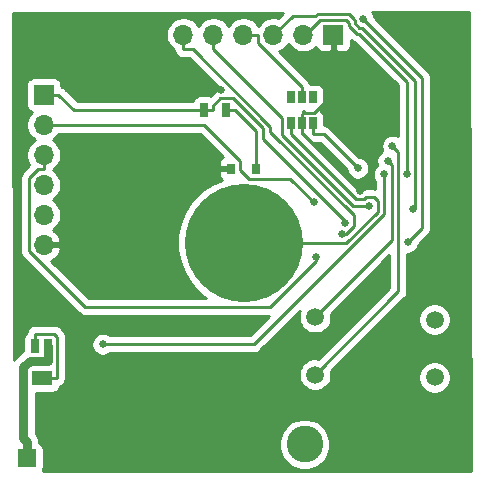
<source format=gbl>
G04 #@! TF.GenerationSoftware,KiCad,Pcbnew,5.1.7-a382d34a8~88~ubuntu18.04.1*
G04 #@! TF.CreationDate,2021-11-19T23:21:26+05:30*
G04 #@! TF.ProjectId,FrontEnd_HeavyDevice_v2,46726f6e-7445-46e6-945f-486561767944,rev?*
G04 #@! TF.SameCoordinates,Original*
G04 #@! TF.FileFunction,Copper,L2,Bot*
G04 #@! TF.FilePolarity,Positive*
%FSLAX46Y46*%
G04 Gerber Fmt 4.6, Leading zero omitted, Abs format (unit mm)*
G04 Created by KiCad (PCBNEW 5.1.7-a382d34a8~88~ubuntu18.04.1) date 2021-11-19 23:21:26*
%MOMM*%
%LPD*%
G01*
G04 APERTURE LIST*
G04 #@! TA.AperFunction,ComponentPad*
%ADD10C,3.100000*%
G04 #@! TD*
G04 #@! TA.AperFunction,SMDPad,CuDef*
%ADD11R,0.740000X1.250000*%
G04 #@! TD*
G04 #@! TA.AperFunction,SMDPad,CuDef*
%ADD12R,1.800000X1.250000*%
G04 #@! TD*
G04 #@! TA.AperFunction,ComponentPad*
%ADD13O,1.700000X1.700000*%
G04 #@! TD*
G04 #@! TA.AperFunction,ComponentPad*
%ADD14R,1.700000X1.700000*%
G04 #@! TD*
G04 #@! TA.AperFunction,SMDPad,CuDef*
%ADD15R,0.700000X1.300000*%
G04 #@! TD*
G04 #@! TA.AperFunction,SMDPad,CuDef*
%ADD16R,0.800000X0.900000*%
G04 #@! TD*
G04 #@! TA.AperFunction,ComponentPad*
%ADD17R,1.524000X1.524000*%
G04 #@! TD*
G04 #@! TA.AperFunction,SMDPad,CuDef*
%ADD18C,10.000000*%
G04 #@! TD*
G04 #@! TA.AperFunction,SMDPad,CuDef*
%ADD19R,0.650000X1.060000*%
G04 #@! TD*
G04 #@! TA.AperFunction,ComponentPad*
%ADD20C,1.500000*%
G04 #@! TD*
G04 #@! TA.AperFunction,ViaPad*
%ADD21C,0.650000*%
G04 #@! TD*
G04 #@! TA.AperFunction,Conductor*
%ADD22C,0.800000*%
G04 #@! TD*
G04 #@! TA.AperFunction,Conductor*
%ADD23C,0.250000*%
G04 #@! TD*
G04 #@! TA.AperFunction,Conductor*
%ADD24C,0.254000*%
G04 #@! TD*
G04 #@! TA.AperFunction,Conductor*
%ADD25C,0.150000*%
G04 #@! TD*
G04 APERTURE END LIST*
D10*
X120792000Y-116510000D03*
D11*
X97999100Y-108150000D03*
D12*
X98529100Y-110900000D03*
D11*
X99059100Y-108150000D03*
D13*
X98710000Y-99620000D03*
X98710000Y-97080000D03*
X98710000Y-94540000D03*
X98710000Y-92000000D03*
X98710000Y-89460000D03*
D14*
X98710000Y-86920000D03*
D13*
X110523000Y-81833700D03*
X113063000Y-81833700D03*
X115603000Y-81833700D03*
X118143000Y-81833700D03*
X120683000Y-81833700D03*
D14*
X123223000Y-81833700D03*
D15*
X114170000Y-88240000D03*
X112270000Y-88240000D03*
D16*
X114540000Y-93179900D03*
X116640000Y-93179900D03*
D17*
X97287100Y-117704000D03*
D18*
X115650000Y-99450000D03*
D19*
X121500000Y-89340000D03*
X120550000Y-89340000D03*
X119600000Y-89340000D03*
X119600000Y-87140000D03*
X121500000Y-87140000D03*
X120550000Y-87140000D03*
D20*
X131796000Y-105951000D03*
X131796000Y-110831000D03*
X121676000Y-110618000D03*
X121676000Y-105738000D03*
D21*
X125601500Y-85716700D03*
X125471100Y-95075400D03*
X122011440Y-85783420D03*
X113736120Y-86527640D03*
X110152180Y-85166200D03*
X127831100Y-92497400D03*
X128228700Y-91256900D03*
X123941300Y-98720700D03*
X126265900Y-96315100D03*
X130010400Y-96589500D03*
X129430100Y-93645000D03*
X124233500Y-97784500D03*
X121752200Y-100684100D03*
X121544800Y-96019200D03*
X129510000Y-99412000D03*
X125775720Y-80530700D03*
X127529100Y-93661500D03*
X103700500Y-108041500D03*
X125293500Y-93133500D03*
D22*
X99059100Y-108150000D02*
X99059100Y-109425300D01*
X97287100Y-117704000D02*
X97287100Y-116291700D01*
X97287100Y-116291700D02*
X96978700Y-115983300D01*
X96978700Y-115983300D02*
X96978700Y-110003400D01*
X96978700Y-110003400D02*
X97556800Y-109425300D01*
X97556800Y-109425300D02*
X99059100Y-109425300D01*
D23*
X120550000Y-90245300D02*
X120641000Y-90245300D01*
X120641000Y-90245300D02*
X125471100Y-95075400D01*
X114540000Y-93179900D02*
X106375400Y-93179900D01*
X106375400Y-93179900D02*
X99935300Y-99620000D01*
X123223000Y-85716700D02*
X125601500Y-85716700D01*
X123223000Y-85716700D02*
X123223000Y-83059000D01*
X120550000Y-88559800D02*
X120675100Y-88434700D01*
X120675100Y-88434700D02*
X121614700Y-88434700D01*
X121614700Y-88434700D02*
X123223000Y-86826400D01*
X123223000Y-86826400D02*
X123223000Y-85716700D01*
X98710000Y-99620000D02*
X99935300Y-99620000D01*
X120550000Y-89340000D02*
X120550000Y-90245300D01*
X120550000Y-88949900D02*
X120550000Y-89340000D01*
X120550000Y-88949900D02*
X120550000Y-88559800D01*
X123223000Y-81833700D02*
X123223000Y-83059000D01*
X112374680Y-85166200D02*
X113736120Y-86527640D01*
X110152180Y-85166200D02*
X112374680Y-85166200D01*
X123156280Y-85783420D02*
X123223000Y-85716700D01*
X122011440Y-85783420D02*
X123156280Y-85783420D01*
X115603000Y-81833700D02*
X116828300Y-81833700D01*
X120550000Y-87140000D02*
X120550000Y-86234700D01*
X120550000Y-86234700D02*
X116828300Y-82513000D01*
X116828300Y-82513000D02*
X116828300Y-81833700D01*
X121676000Y-105738000D02*
X128229500Y-99184500D01*
X128229500Y-99184500D02*
X128229500Y-92895800D01*
X128229500Y-92895800D02*
X127831100Y-92497400D01*
X121676000Y-110618000D02*
X128729800Y-103564200D01*
X128729800Y-103564200D02*
X128729800Y-91758000D01*
X128729800Y-91758000D02*
X128228700Y-91256900D01*
X110523000Y-83059000D02*
X111299900Y-83059000D01*
X111299900Y-83059000D02*
X117899400Y-89658500D01*
X117899400Y-89658500D02*
X117899400Y-90023800D01*
X117899400Y-90023800D02*
X124981700Y-97106100D01*
X124981700Y-97106100D02*
X124981700Y-98045300D01*
X124981700Y-98045300D02*
X124306300Y-98720700D01*
X124306300Y-98720700D02*
X123941300Y-98720700D01*
X110523000Y-81833700D02*
X110523000Y-83059000D01*
X126265900Y-96315100D02*
X124898400Y-96315100D01*
X124898400Y-96315100D02*
X118899600Y-90316300D01*
X118899600Y-90316300D02*
X118899600Y-88895600D01*
X118899600Y-88895600D02*
X113063000Y-83059000D01*
X113063000Y-81833700D02*
X113063000Y-83059000D01*
X130142900Y-96457000D02*
X130010400Y-96589500D01*
X125068099Y-80647399D02*
X125068099Y-80876861D01*
X124948012Y-80527312D02*
X125068099Y-80647399D01*
X130142900Y-85722200D02*
X130142900Y-96457000D01*
X125432099Y-81240861D02*
X125661561Y-81240861D01*
X121865888Y-80108688D02*
X124580113Y-80108689D01*
X118143000Y-81833700D02*
X119773660Y-80203040D01*
X125661561Y-81240861D02*
X130142900Y-85722200D01*
X125068099Y-80876861D02*
X125432099Y-81240861D01*
X119773660Y-80203040D02*
X121771536Y-80203040D01*
X121771536Y-80203040D02*
X121865888Y-80108688D01*
X124580113Y-80108689D02*
X124948012Y-80476588D01*
X124948012Y-80476588D02*
X124948012Y-80527312D01*
X124568088Y-80867788D02*
X124568089Y-81083973D01*
X129430100Y-85811364D02*
X129430100Y-93185381D01*
X124568089Y-81083973D02*
X125224988Y-81740872D01*
X125224988Y-81740872D02*
X125359608Y-81740872D01*
X125359608Y-81740872D02*
X129430100Y-85811364D01*
X129430100Y-93185381D02*
X129430100Y-93645000D01*
X122072999Y-80608699D02*
X124308999Y-80608699D01*
X120847998Y-81833700D02*
X122072999Y-80608699D01*
X120683000Y-81833700D02*
X120847998Y-81833700D01*
X124308999Y-80608699D02*
X124568088Y-80867788D01*
X112995300Y-88240000D02*
X112995300Y-87877400D01*
X112995300Y-87877400D02*
X113658100Y-87214600D01*
X113658100Y-87214600D02*
X114738900Y-87214600D01*
X114738900Y-87214600D02*
X117277600Y-89753300D01*
X117277600Y-89753300D02*
X117277600Y-90628400D01*
X117277600Y-90628400D02*
X124233500Y-97584300D01*
X124233500Y-97584300D02*
X124233500Y-97784500D01*
X112270000Y-88240000D02*
X112995300Y-88240000D01*
X98710000Y-86920000D02*
X99935300Y-86920000D01*
X112270000Y-88240000D02*
X101255300Y-88240000D01*
X101255300Y-88240000D02*
X99935300Y-86920000D01*
X121752200Y-100684100D02*
X121752200Y-100975600D01*
X121752200Y-100975600D02*
X117860800Y-104867000D01*
X117860800Y-104867000D02*
X102191800Y-104867000D01*
X102191800Y-104867000D02*
X97477600Y-100152800D01*
X97477600Y-100152800D02*
X97477600Y-93949900D01*
X97477600Y-93949900D02*
X98202200Y-93225300D01*
X98202200Y-93225300D02*
X98710000Y-93225300D01*
X98710000Y-92000000D02*
X98710000Y-93225300D01*
X99935300Y-89460000D02*
X112268000Y-89460000D01*
X112268000Y-89460000D02*
X115350000Y-92542000D01*
X115350000Y-92542000D02*
X115350000Y-93291000D01*
X115350000Y-93291000D02*
X116079900Y-94020900D01*
X116079900Y-94020900D02*
X119546500Y-94020900D01*
X119546500Y-94020900D02*
X121544800Y-96019200D01*
X98710000Y-89460000D02*
X99935300Y-89460000D01*
X129510000Y-99412000D02*
X130741700Y-98180300D01*
X130741700Y-85496680D02*
X125775720Y-80530700D01*
X130741700Y-98180300D02*
X130741700Y-85496680D01*
X127529100Y-93661500D02*
X127529100Y-96983100D01*
X127529100Y-96983100D02*
X116470700Y-108041500D01*
X116470700Y-108041500D02*
X103700500Y-108041500D01*
X121500000Y-89340000D02*
X121500000Y-90245300D01*
X121500000Y-90245300D02*
X122405300Y-90245300D01*
X122405300Y-90245300D02*
X125293500Y-93133500D01*
X119600000Y-90245300D02*
X125130600Y-95775900D01*
X125130600Y-95775900D02*
X125814700Y-95775900D01*
X125814700Y-95775900D02*
X125983200Y-95607400D01*
X125983200Y-95607400D02*
X126625600Y-95607400D01*
X126625600Y-95607400D02*
X126966300Y-95948100D01*
X126966300Y-95948100D02*
X126966300Y-96801000D01*
X126966300Y-96801000D02*
X124317300Y-99450000D01*
X124317300Y-99450000D02*
X115650000Y-99450000D01*
X119600000Y-89340000D02*
X119600000Y-90245300D01*
X114895300Y-88240000D02*
X116640000Y-89984700D01*
X116640000Y-89984700D02*
X116640000Y-93179900D01*
X114170000Y-88240000D02*
X114895300Y-88240000D01*
X97999100Y-108150000D02*
X97999100Y-107149700D01*
X98529100Y-110900000D02*
X99804400Y-110900000D01*
X99804400Y-110900000D02*
X99834500Y-110869900D01*
X99834500Y-110869900D02*
X99834500Y-107399500D01*
X99834500Y-107399500D02*
X99584700Y-107149700D01*
X99584700Y-107149700D02*
X97999100Y-107149700D01*
D24*
X134838159Y-118762713D02*
X98620633Y-118743797D01*
X98638602Y-118710180D01*
X98674912Y-118590482D01*
X98687172Y-118466000D01*
X98687172Y-116942000D01*
X98674912Y-116817518D01*
X98638602Y-116697820D01*
X98579637Y-116587506D01*
X98500285Y-116490815D01*
X98403594Y-116411463D01*
X98322100Y-116367903D01*
X98322100Y-116342527D01*
X98326800Y-116294796D01*
X118607000Y-116294796D01*
X118607000Y-116725204D01*
X118690969Y-117147341D01*
X118855678Y-117544985D01*
X119094800Y-117902856D01*
X119399144Y-118207200D01*
X119757015Y-118446322D01*
X120154659Y-118611031D01*
X120576796Y-118695000D01*
X121007204Y-118695000D01*
X121429341Y-118611031D01*
X121826985Y-118446322D01*
X122184856Y-118207200D01*
X122489200Y-117902856D01*
X122728322Y-117544985D01*
X122893031Y-117147341D01*
X122977000Y-116725204D01*
X122977000Y-116294796D01*
X122893031Y-115872659D01*
X122728322Y-115475015D01*
X122489200Y-115117144D01*
X122184856Y-114812800D01*
X121826985Y-114573678D01*
X121429341Y-114408969D01*
X121007204Y-114325000D01*
X120576796Y-114325000D01*
X120154659Y-114408969D01*
X119757015Y-114573678D01*
X119399144Y-114812800D01*
X119094800Y-115117144D01*
X118855678Y-115475015D01*
X118690969Y-115872659D01*
X118607000Y-116294796D01*
X98326800Y-116294796D01*
X98327106Y-116291699D01*
X98322100Y-116240871D01*
X98322100Y-116240862D01*
X98307124Y-116088805D01*
X98247941Y-115893707D01*
X98151834Y-115713903D01*
X98022496Y-115556304D01*
X98013700Y-115549085D01*
X98013700Y-112163072D01*
X99429100Y-112163072D01*
X99553582Y-112150812D01*
X99673280Y-112114502D01*
X99783594Y-112055537D01*
X99880285Y-111976185D01*
X99959637Y-111879494D01*
X100018602Y-111769180D01*
X100054912Y-111649482D01*
X100058087Y-111617243D01*
X100096647Y-111605546D01*
X100228676Y-111534974D01*
X100344401Y-111440001D01*
X100357969Y-111423468D01*
X100374501Y-111409901D01*
X100469474Y-111294176D01*
X100540046Y-111162147D01*
X100583503Y-111018886D01*
X100594500Y-110907233D01*
X100594500Y-110907222D01*
X100598176Y-110869900D01*
X100594500Y-110832577D01*
X100594500Y-107436833D01*
X100598177Y-107399500D01*
X100583503Y-107250514D01*
X100546939Y-107129976D01*
X100540046Y-107107253D01*
X100469474Y-106975224D01*
X100374501Y-106859499D01*
X100345497Y-106835696D01*
X100148504Y-106638703D01*
X100124701Y-106609699D01*
X100008976Y-106514726D01*
X99876947Y-106444154D01*
X99733686Y-106400697D01*
X99622033Y-106389700D01*
X99622022Y-106389700D01*
X99584700Y-106386024D01*
X99547378Y-106389700D01*
X98036433Y-106389700D01*
X97999100Y-106386023D01*
X97961767Y-106389700D01*
X97850114Y-106400697D01*
X97706853Y-106444154D01*
X97574824Y-106514726D01*
X97459099Y-106609699D01*
X97364126Y-106725424D01*
X97293554Y-106857453D01*
X97250097Y-107000714D01*
X97248612Y-107015796D01*
X97177915Y-107073815D01*
X97098563Y-107170506D01*
X97039598Y-107280820D01*
X97003288Y-107400518D01*
X96991028Y-107525000D01*
X96991028Y-108554138D01*
X96979002Y-108560566D01*
X96917113Y-108611358D01*
X96821404Y-108689904D01*
X96788993Y-108729397D01*
X96282793Y-109235597D01*
X96243305Y-109268004D01*
X96210898Y-109307492D01*
X96210897Y-109307493D01*
X96166850Y-109361164D01*
X96103751Y-79966728D01*
X118953076Y-79948821D01*
X118509407Y-80392490D01*
X118289260Y-80348700D01*
X117996740Y-80348700D01*
X117709842Y-80405768D01*
X117439589Y-80517710D01*
X117196368Y-80680225D01*
X116989525Y-80887068D01*
X116873000Y-81061460D01*
X116756475Y-80887068D01*
X116549632Y-80680225D01*
X116306411Y-80517710D01*
X116036158Y-80405768D01*
X115749260Y-80348700D01*
X115456740Y-80348700D01*
X115169842Y-80405768D01*
X114899589Y-80517710D01*
X114656368Y-80680225D01*
X114449525Y-80887068D01*
X114333000Y-81061460D01*
X114216475Y-80887068D01*
X114009632Y-80680225D01*
X113766411Y-80517710D01*
X113496158Y-80405768D01*
X113209260Y-80348700D01*
X112916740Y-80348700D01*
X112629842Y-80405768D01*
X112359589Y-80517710D01*
X112116368Y-80680225D01*
X111909525Y-80887068D01*
X111793000Y-81061460D01*
X111676475Y-80887068D01*
X111469632Y-80680225D01*
X111226411Y-80517710D01*
X110956158Y-80405768D01*
X110669260Y-80348700D01*
X110376740Y-80348700D01*
X110089842Y-80405768D01*
X109819589Y-80517710D01*
X109576368Y-80680225D01*
X109369525Y-80887068D01*
X109207010Y-81130289D01*
X109095068Y-81400542D01*
X109038000Y-81687440D01*
X109038000Y-81979960D01*
X109095068Y-82266858D01*
X109207010Y-82537111D01*
X109369525Y-82780332D01*
X109576368Y-82987175D01*
X109764639Y-83112974D01*
X109773997Y-83207986D01*
X109817454Y-83351247D01*
X109888026Y-83483276D01*
X109982999Y-83599001D01*
X110098724Y-83693974D01*
X110230753Y-83764546D01*
X110374014Y-83808003D01*
X110485667Y-83819000D01*
X110523000Y-83822677D01*
X110560333Y-83819000D01*
X110985099Y-83819000D01*
X113620704Y-86454606D01*
X113509114Y-86465597D01*
X113365853Y-86509054D01*
X113233824Y-86579626D01*
X113118099Y-86674599D01*
X113094300Y-86703598D01*
X112812943Y-86984955D01*
X112744482Y-86964188D01*
X112620000Y-86951928D01*
X111920000Y-86951928D01*
X111795518Y-86964188D01*
X111675820Y-87000498D01*
X111565506Y-87059463D01*
X111468815Y-87138815D01*
X111389463Y-87235506D01*
X111330498Y-87345820D01*
X111294188Y-87465518D01*
X111292762Y-87480000D01*
X101570102Y-87480000D01*
X100499104Y-86409003D01*
X100475301Y-86379999D01*
X100359576Y-86285026D01*
X100227547Y-86214454D01*
X100198072Y-86205513D01*
X100198072Y-86070000D01*
X100185812Y-85945518D01*
X100149502Y-85825820D01*
X100090537Y-85715506D01*
X100011185Y-85618815D01*
X99914494Y-85539463D01*
X99804180Y-85480498D01*
X99684482Y-85444188D01*
X99560000Y-85431928D01*
X97860000Y-85431928D01*
X97735518Y-85444188D01*
X97615820Y-85480498D01*
X97505506Y-85539463D01*
X97408815Y-85618815D01*
X97329463Y-85715506D01*
X97270498Y-85825820D01*
X97234188Y-85945518D01*
X97221928Y-86070000D01*
X97221928Y-87770000D01*
X97234188Y-87894482D01*
X97270498Y-88014180D01*
X97329463Y-88124494D01*
X97408815Y-88221185D01*
X97505506Y-88300537D01*
X97615820Y-88359502D01*
X97688380Y-88381513D01*
X97556525Y-88513368D01*
X97394010Y-88756589D01*
X97282068Y-89026842D01*
X97225000Y-89313740D01*
X97225000Y-89606260D01*
X97282068Y-89893158D01*
X97394010Y-90163411D01*
X97556525Y-90406632D01*
X97763368Y-90613475D01*
X97937760Y-90730000D01*
X97763368Y-90846525D01*
X97556525Y-91053368D01*
X97394010Y-91296589D01*
X97282068Y-91566842D01*
X97225000Y-91853740D01*
X97225000Y-92146260D01*
X97282068Y-92433158D01*
X97394010Y-92703411D01*
X97496260Y-92856439D01*
X96966598Y-93386101D01*
X96937600Y-93409899D01*
X96913802Y-93438897D01*
X96913801Y-93438898D01*
X96842626Y-93525624D01*
X96772054Y-93657654D01*
X96741780Y-93757458D01*
X96728598Y-93800914D01*
X96721605Y-93871913D01*
X96713924Y-93949900D01*
X96717601Y-93987232D01*
X96717600Y-100115477D01*
X96713924Y-100152800D01*
X96717600Y-100190122D01*
X96717600Y-100190132D01*
X96728597Y-100301785D01*
X96769188Y-100435599D01*
X96772054Y-100445046D01*
X96842626Y-100577076D01*
X96852862Y-100589548D01*
X96937599Y-100692801D01*
X96966603Y-100716604D01*
X101628001Y-105378003D01*
X101651799Y-105407001D01*
X101680797Y-105430799D01*
X101767524Y-105501974D01*
X101899553Y-105572546D01*
X102042814Y-105616003D01*
X102191800Y-105630677D01*
X102229133Y-105627000D01*
X117810399Y-105627000D01*
X116155899Y-107281500D01*
X104291034Y-107281500D01*
X104155231Y-107190759D01*
X103980522Y-107118392D01*
X103795052Y-107081500D01*
X103605948Y-107081500D01*
X103420478Y-107118392D01*
X103245769Y-107190759D01*
X103088536Y-107295819D01*
X102954819Y-107429536D01*
X102849759Y-107586769D01*
X102777392Y-107761478D01*
X102740500Y-107946948D01*
X102740500Y-108136052D01*
X102777392Y-108321522D01*
X102849759Y-108496231D01*
X102954819Y-108653464D01*
X103088536Y-108787181D01*
X103245769Y-108892241D01*
X103420478Y-108964608D01*
X103605948Y-109001500D01*
X103795052Y-109001500D01*
X103980522Y-108964608D01*
X104155231Y-108892241D01*
X104291034Y-108801500D01*
X116433378Y-108801500D01*
X116470700Y-108805176D01*
X116508022Y-108801500D01*
X116508033Y-108801500D01*
X116619686Y-108790503D01*
X116762947Y-108747046D01*
X116894976Y-108676474D01*
X117010701Y-108581501D01*
X117034504Y-108552497D01*
X120408737Y-105178264D01*
X120344225Y-105334011D01*
X120291000Y-105601589D01*
X120291000Y-105874411D01*
X120344225Y-106141989D01*
X120448629Y-106394043D01*
X120600201Y-106620886D01*
X120793114Y-106813799D01*
X121019957Y-106965371D01*
X121272011Y-107069775D01*
X121539589Y-107123000D01*
X121812411Y-107123000D01*
X122079989Y-107069775D01*
X122332043Y-106965371D01*
X122558886Y-106813799D01*
X122751799Y-106620886D01*
X122903371Y-106394043D01*
X123007775Y-106141989D01*
X123061000Y-105874411D01*
X123061000Y-105601589D01*
X123032167Y-105456635D01*
X127969800Y-100519002D01*
X127969800Y-103249398D01*
X121957365Y-109261833D01*
X121812411Y-109233000D01*
X121539589Y-109233000D01*
X121272011Y-109286225D01*
X121019957Y-109390629D01*
X120793114Y-109542201D01*
X120600201Y-109735114D01*
X120448629Y-109961957D01*
X120344225Y-110214011D01*
X120291000Y-110481589D01*
X120291000Y-110754411D01*
X120344225Y-111021989D01*
X120448629Y-111274043D01*
X120600201Y-111500886D01*
X120793114Y-111693799D01*
X121019957Y-111845371D01*
X121272011Y-111949775D01*
X121539589Y-112003000D01*
X121812411Y-112003000D01*
X122079989Y-111949775D01*
X122332043Y-111845371D01*
X122558886Y-111693799D01*
X122751799Y-111500886D01*
X122903371Y-111274043D01*
X123007775Y-111021989D01*
X123061000Y-110754411D01*
X123061000Y-110694589D01*
X130411000Y-110694589D01*
X130411000Y-110967411D01*
X130464225Y-111234989D01*
X130568629Y-111487043D01*
X130720201Y-111713886D01*
X130913114Y-111906799D01*
X131139957Y-112058371D01*
X131392011Y-112162775D01*
X131659589Y-112216000D01*
X131932411Y-112216000D01*
X132199989Y-112162775D01*
X132452043Y-112058371D01*
X132678886Y-111906799D01*
X132871799Y-111713886D01*
X133023371Y-111487043D01*
X133127775Y-111234989D01*
X133181000Y-110967411D01*
X133181000Y-110694589D01*
X133127775Y-110427011D01*
X133023371Y-110174957D01*
X132871799Y-109948114D01*
X132678886Y-109755201D01*
X132452043Y-109603629D01*
X132199989Y-109499225D01*
X131932411Y-109446000D01*
X131659589Y-109446000D01*
X131392011Y-109499225D01*
X131139957Y-109603629D01*
X130913114Y-109755201D01*
X130720201Y-109948114D01*
X130568629Y-110174957D01*
X130464225Y-110427011D01*
X130411000Y-110694589D01*
X123061000Y-110694589D01*
X123061000Y-110481589D01*
X123032167Y-110336635D01*
X127554213Y-105814589D01*
X130411000Y-105814589D01*
X130411000Y-106087411D01*
X130464225Y-106354989D01*
X130568629Y-106607043D01*
X130720201Y-106833886D01*
X130913114Y-107026799D01*
X131139957Y-107178371D01*
X131392011Y-107282775D01*
X131659589Y-107336000D01*
X131932411Y-107336000D01*
X132199989Y-107282775D01*
X132452043Y-107178371D01*
X132678886Y-107026799D01*
X132871799Y-106833886D01*
X133023371Y-106607043D01*
X133127775Y-106354989D01*
X133181000Y-106087411D01*
X133181000Y-105814589D01*
X133127775Y-105547011D01*
X133023371Y-105294957D01*
X132871799Y-105068114D01*
X132678886Y-104875201D01*
X132452043Y-104723629D01*
X132199989Y-104619225D01*
X131932411Y-104566000D01*
X131659589Y-104566000D01*
X131392011Y-104619225D01*
X131139957Y-104723629D01*
X130913114Y-104875201D01*
X130720201Y-105068114D01*
X130568629Y-105294957D01*
X130464225Y-105547011D01*
X130411000Y-105814589D01*
X127554213Y-105814589D01*
X129240804Y-104127998D01*
X129269801Y-104104201D01*
X129364774Y-103988476D01*
X129435346Y-103856447D01*
X129478803Y-103713186D01*
X129489800Y-103601533D01*
X129489800Y-103601532D01*
X129493477Y-103564200D01*
X129489800Y-103526867D01*
X129489800Y-100372000D01*
X129604552Y-100372000D01*
X129790022Y-100335108D01*
X129964731Y-100262741D01*
X130121964Y-100157681D01*
X130255681Y-100023964D01*
X130360741Y-99866731D01*
X130433108Y-99692022D01*
X130464972Y-99531829D01*
X131252704Y-98744098D01*
X131281701Y-98720301D01*
X131376674Y-98604576D01*
X131447246Y-98472547D01*
X131490703Y-98329286D01*
X131501700Y-98217633D01*
X131501700Y-98217623D01*
X131505376Y-98180300D01*
X131501700Y-98142977D01*
X131501700Y-85534002D01*
X131505376Y-85496679D01*
X131501700Y-85459356D01*
X131501700Y-85459347D01*
X131490703Y-85347694D01*
X131447246Y-85204433D01*
X131376674Y-85072404D01*
X131281701Y-84956679D01*
X131252703Y-84932881D01*
X126730692Y-80410871D01*
X126698828Y-80250678D01*
X126626461Y-80075969D01*
X126537532Y-79942877D01*
X134752360Y-79936439D01*
X134838159Y-118762713D01*
G04 #@! TA.AperFunction,Conductor*
D25*
G36*
X134838159Y-118762713D02*
G01*
X98620633Y-118743797D01*
X98638602Y-118710180D01*
X98674912Y-118590482D01*
X98687172Y-118466000D01*
X98687172Y-116942000D01*
X98674912Y-116817518D01*
X98638602Y-116697820D01*
X98579637Y-116587506D01*
X98500285Y-116490815D01*
X98403594Y-116411463D01*
X98322100Y-116367903D01*
X98322100Y-116342527D01*
X98326800Y-116294796D01*
X118607000Y-116294796D01*
X118607000Y-116725204D01*
X118690969Y-117147341D01*
X118855678Y-117544985D01*
X119094800Y-117902856D01*
X119399144Y-118207200D01*
X119757015Y-118446322D01*
X120154659Y-118611031D01*
X120576796Y-118695000D01*
X121007204Y-118695000D01*
X121429341Y-118611031D01*
X121826985Y-118446322D01*
X122184856Y-118207200D01*
X122489200Y-117902856D01*
X122728322Y-117544985D01*
X122893031Y-117147341D01*
X122977000Y-116725204D01*
X122977000Y-116294796D01*
X122893031Y-115872659D01*
X122728322Y-115475015D01*
X122489200Y-115117144D01*
X122184856Y-114812800D01*
X121826985Y-114573678D01*
X121429341Y-114408969D01*
X121007204Y-114325000D01*
X120576796Y-114325000D01*
X120154659Y-114408969D01*
X119757015Y-114573678D01*
X119399144Y-114812800D01*
X119094800Y-115117144D01*
X118855678Y-115475015D01*
X118690969Y-115872659D01*
X118607000Y-116294796D01*
X98326800Y-116294796D01*
X98327106Y-116291699D01*
X98322100Y-116240871D01*
X98322100Y-116240862D01*
X98307124Y-116088805D01*
X98247941Y-115893707D01*
X98151834Y-115713903D01*
X98022496Y-115556304D01*
X98013700Y-115549085D01*
X98013700Y-112163072D01*
X99429100Y-112163072D01*
X99553582Y-112150812D01*
X99673280Y-112114502D01*
X99783594Y-112055537D01*
X99880285Y-111976185D01*
X99959637Y-111879494D01*
X100018602Y-111769180D01*
X100054912Y-111649482D01*
X100058087Y-111617243D01*
X100096647Y-111605546D01*
X100228676Y-111534974D01*
X100344401Y-111440001D01*
X100357969Y-111423468D01*
X100374501Y-111409901D01*
X100469474Y-111294176D01*
X100540046Y-111162147D01*
X100583503Y-111018886D01*
X100594500Y-110907233D01*
X100594500Y-110907222D01*
X100598176Y-110869900D01*
X100594500Y-110832577D01*
X100594500Y-107436833D01*
X100598177Y-107399500D01*
X100583503Y-107250514D01*
X100546939Y-107129976D01*
X100540046Y-107107253D01*
X100469474Y-106975224D01*
X100374501Y-106859499D01*
X100345497Y-106835696D01*
X100148504Y-106638703D01*
X100124701Y-106609699D01*
X100008976Y-106514726D01*
X99876947Y-106444154D01*
X99733686Y-106400697D01*
X99622033Y-106389700D01*
X99622022Y-106389700D01*
X99584700Y-106386024D01*
X99547378Y-106389700D01*
X98036433Y-106389700D01*
X97999100Y-106386023D01*
X97961767Y-106389700D01*
X97850114Y-106400697D01*
X97706853Y-106444154D01*
X97574824Y-106514726D01*
X97459099Y-106609699D01*
X97364126Y-106725424D01*
X97293554Y-106857453D01*
X97250097Y-107000714D01*
X97248612Y-107015796D01*
X97177915Y-107073815D01*
X97098563Y-107170506D01*
X97039598Y-107280820D01*
X97003288Y-107400518D01*
X96991028Y-107525000D01*
X96991028Y-108554138D01*
X96979002Y-108560566D01*
X96917113Y-108611358D01*
X96821404Y-108689904D01*
X96788993Y-108729397D01*
X96282793Y-109235597D01*
X96243305Y-109268004D01*
X96210898Y-109307492D01*
X96210897Y-109307493D01*
X96166850Y-109361164D01*
X96103751Y-79966728D01*
X118953076Y-79948821D01*
X118509407Y-80392490D01*
X118289260Y-80348700D01*
X117996740Y-80348700D01*
X117709842Y-80405768D01*
X117439589Y-80517710D01*
X117196368Y-80680225D01*
X116989525Y-80887068D01*
X116873000Y-81061460D01*
X116756475Y-80887068D01*
X116549632Y-80680225D01*
X116306411Y-80517710D01*
X116036158Y-80405768D01*
X115749260Y-80348700D01*
X115456740Y-80348700D01*
X115169842Y-80405768D01*
X114899589Y-80517710D01*
X114656368Y-80680225D01*
X114449525Y-80887068D01*
X114333000Y-81061460D01*
X114216475Y-80887068D01*
X114009632Y-80680225D01*
X113766411Y-80517710D01*
X113496158Y-80405768D01*
X113209260Y-80348700D01*
X112916740Y-80348700D01*
X112629842Y-80405768D01*
X112359589Y-80517710D01*
X112116368Y-80680225D01*
X111909525Y-80887068D01*
X111793000Y-81061460D01*
X111676475Y-80887068D01*
X111469632Y-80680225D01*
X111226411Y-80517710D01*
X110956158Y-80405768D01*
X110669260Y-80348700D01*
X110376740Y-80348700D01*
X110089842Y-80405768D01*
X109819589Y-80517710D01*
X109576368Y-80680225D01*
X109369525Y-80887068D01*
X109207010Y-81130289D01*
X109095068Y-81400542D01*
X109038000Y-81687440D01*
X109038000Y-81979960D01*
X109095068Y-82266858D01*
X109207010Y-82537111D01*
X109369525Y-82780332D01*
X109576368Y-82987175D01*
X109764639Y-83112974D01*
X109773997Y-83207986D01*
X109817454Y-83351247D01*
X109888026Y-83483276D01*
X109982999Y-83599001D01*
X110098724Y-83693974D01*
X110230753Y-83764546D01*
X110374014Y-83808003D01*
X110485667Y-83819000D01*
X110523000Y-83822677D01*
X110560333Y-83819000D01*
X110985099Y-83819000D01*
X113620704Y-86454606D01*
X113509114Y-86465597D01*
X113365853Y-86509054D01*
X113233824Y-86579626D01*
X113118099Y-86674599D01*
X113094300Y-86703598D01*
X112812943Y-86984955D01*
X112744482Y-86964188D01*
X112620000Y-86951928D01*
X111920000Y-86951928D01*
X111795518Y-86964188D01*
X111675820Y-87000498D01*
X111565506Y-87059463D01*
X111468815Y-87138815D01*
X111389463Y-87235506D01*
X111330498Y-87345820D01*
X111294188Y-87465518D01*
X111292762Y-87480000D01*
X101570102Y-87480000D01*
X100499104Y-86409003D01*
X100475301Y-86379999D01*
X100359576Y-86285026D01*
X100227547Y-86214454D01*
X100198072Y-86205513D01*
X100198072Y-86070000D01*
X100185812Y-85945518D01*
X100149502Y-85825820D01*
X100090537Y-85715506D01*
X100011185Y-85618815D01*
X99914494Y-85539463D01*
X99804180Y-85480498D01*
X99684482Y-85444188D01*
X99560000Y-85431928D01*
X97860000Y-85431928D01*
X97735518Y-85444188D01*
X97615820Y-85480498D01*
X97505506Y-85539463D01*
X97408815Y-85618815D01*
X97329463Y-85715506D01*
X97270498Y-85825820D01*
X97234188Y-85945518D01*
X97221928Y-86070000D01*
X97221928Y-87770000D01*
X97234188Y-87894482D01*
X97270498Y-88014180D01*
X97329463Y-88124494D01*
X97408815Y-88221185D01*
X97505506Y-88300537D01*
X97615820Y-88359502D01*
X97688380Y-88381513D01*
X97556525Y-88513368D01*
X97394010Y-88756589D01*
X97282068Y-89026842D01*
X97225000Y-89313740D01*
X97225000Y-89606260D01*
X97282068Y-89893158D01*
X97394010Y-90163411D01*
X97556525Y-90406632D01*
X97763368Y-90613475D01*
X97937760Y-90730000D01*
X97763368Y-90846525D01*
X97556525Y-91053368D01*
X97394010Y-91296589D01*
X97282068Y-91566842D01*
X97225000Y-91853740D01*
X97225000Y-92146260D01*
X97282068Y-92433158D01*
X97394010Y-92703411D01*
X97496260Y-92856439D01*
X96966598Y-93386101D01*
X96937600Y-93409899D01*
X96913802Y-93438897D01*
X96913801Y-93438898D01*
X96842626Y-93525624D01*
X96772054Y-93657654D01*
X96741780Y-93757458D01*
X96728598Y-93800914D01*
X96721605Y-93871913D01*
X96713924Y-93949900D01*
X96717601Y-93987232D01*
X96717600Y-100115477D01*
X96713924Y-100152800D01*
X96717600Y-100190122D01*
X96717600Y-100190132D01*
X96728597Y-100301785D01*
X96769188Y-100435599D01*
X96772054Y-100445046D01*
X96842626Y-100577076D01*
X96852862Y-100589548D01*
X96937599Y-100692801D01*
X96966603Y-100716604D01*
X101628001Y-105378003D01*
X101651799Y-105407001D01*
X101680797Y-105430799D01*
X101767524Y-105501974D01*
X101899553Y-105572546D01*
X102042814Y-105616003D01*
X102191800Y-105630677D01*
X102229133Y-105627000D01*
X117810399Y-105627000D01*
X116155899Y-107281500D01*
X104291034Y-107281500D01*
X104155231Y-107190759D01*
X103980522Y-107118392D01*
X103795052Y-107081500D01*
X103605948Y-107081500D01*
X103420478Y-107118392D01*
X103245769Y-107190759D01*
X103088536Y-107295819D01*
X102954819Y-107429536D01*
X102849759Y-107586769D01*
X102777392Y-107761478D01*
X102740500Y-107946948D01*
X102740500Y-108136052D01*
X102777392Y-108321522D01*
X102849759Y-108496231D01*
X102954819Y-108653464D01*
X103088536Y-108787181D01*
X103245769Y-108892241D01*
X103420478Y-108964608D01*
X103605948Y-109001500D01*
X103795052Y-109001500D01*
X103980522Y-108964608D01*
X104155231Y-108892241D01*
X104291034Y-108801500D01*
X116433378Y-108801500D01*
X116470700Y-108805176D01*
X116508022Y-108801500D01*
X116508033Y-108801500D01*
X116619686Y-108790503D01*
X116762947Y-108747046D01*
X116894976Y-108676474D01*
X117010701Y-108581501D01*
X117034504Y-108552497D01*
X120408737Y-105178264D01*
X120344225Y-105334011D01*
X120291000Y-105601589D01*
X120291000Y-105874411D01*
X120344225Y-106141989D01*
X120448629Y-106394043D01*
X120600201Y-106620886D01*
X120793114Y-106813799D01*
X121019957Y-106965371D01*
X121272011Y-107069775D01*
X121539589Y-107123000D01*
X121812411Y-107123000D01*
X122079989Y-107069775D01*
X122332043Y-106965371D01*
X122558886Y-106813799D01*
X122751799Y-106620886D01*
X122903371Y-106394043D01*
X123007775Y-106141989D01*
X123061000Y-105874411D01*
X123061000Y-105601589D01*
X123032167Y-105456635D01*
X127969800Y-100519002D01*
X127969800Y-103249398D01*
X121957365Y-109261833D01*
X121812411Y-109233000D01*
X121539589Y-109233000D01*
X121272011Y-109286225D01*
X121019957Y-109390629D01*
X120793114Y-109542201D01*
X120600201Y-109735114D01*
X120448629Y-109961957D01*
X120344225Y-110214011D01*
X120291000Y-110481589D01*
X120291000Y-110754411D01*
X120344225Y-111021989D01*
X120448629Y-111274043D01*
X120600201Y-111500886D01*
X120793114Y-111693799D01*
X121019957Y-111845371D01*
X121272011Y-111949775D01*
X121539589Y-112003000D01*
X121812411Y-112003000D01*
X122079989Y-111949775D01*
X122332043Y-111845371D01*
X122558886Y-111693799D01*
X122751799Y-111500886D01*
X122903371Y-111274043D01*
X123007775Y-111021989D01*
X123061000Y-110754411D01*
X123061000Y-110694589D01*
X130411000Y-110694589D01*
X130411000Y-110967411D01*
X130464225Y-111234989D01*
X130568629Y-111487043D01*
X130720201Y-111713886D01*
X130913114Y-111906799D01*
X131139957Y-112058371D01*
X131392011Y-112162775D01*
X131659589Y-112216000D01*
X131932411Y-112216000D01*
X132199989Y-112162775D01*
X132452043Y-112058371D01*
X132678886Y-111906799D01*
X132871799Y-111713886D01*
X133023371Y-111487043D01*
X133127775Y-111234989D01*
X133181000Y-110967411D01*
X133181000Y-110694589D01*
X133127775Y-110427011D01*
X133023371Y-110174957D01*
X132871799Y-109948114D01*
X132678886Y-109755201D01*
X132452043Y-109603629D01*
X132199989Y-109499225D01*
X131932411Y-109446000D01*
X131659589Y-109446000D01*
X131392011Y-109499225D01*
X131139957Y-109603629D01*
X130913114Y-109755201D01*
X130720201Y-109948114D01*
X130568629Y-110174957D01*
X130464225Y-110427011D01*
X130411000Y-110694589D01*
X123061000Y-110694589D01*
X123061000Y-110481589D01*
X123032167Y-110336635D01*
X127554213Y-105814589D01*
X130411000Y-105814589D01*
X130411000Y-106087411D01*
X130464225Y-106354989D01*
X130568629Y-106607043D01*
X130720201Y-106833886D01*
X130913114Y-107026799D01*
X131139957Y-107178371D01*
X131392011Y-107282775D01*
X131659589Y-107336000D01*
X131932411Y-107336000D01*
X132199989Y-107282775D01*
X132452043Y-107178371D01*
X132678886Y-107026799D01*
X132871799Y-106833886D01*
X133023371Y-106607043D01*
X133127775Y-106354989D01*
X133181000Y-106087411D01*
X133181000Y-105814589D01*
X133127775Y-105547011D01*
X133023371Y-105294957D01*
X132871799Y-105068114D01*
X132678886Y-104875201D01*
X132452043Y-104723629D01*
X132199989Y-104619225D01*
X131932411Y-104566000D01*
X131659589Y-104566000D01*
X131392011Y-104619225D01*
X131139957Y-104723629D01*
X130913114Y-104875201D01*
X130720201Y-105068114D01*
X130568629Y-105294957D01*
X130464225Y-105547011D01*
X130411000Y-105814589D01*
X127554213Y-105814589D01*
X129240804Y-104127998D01*
X129269801Y-104104201D01*
X129364774Y-103988476D01*
X129435346Y-103856447D01*
X129478803Y-103713186D01*
X129489800Y-103601533D01*
X129489800Y-103601532D01*
X129493477Y-103564200D01*
X129489800Y-103526867D01*
X129489800Y-100372000D01*
X129604552Y-100372000D01*
X129790022Y-100335108D01*
X129964731Y-100262741D01*
X130121964Y-100157681D01*
X130255681Y-100023964D01*
X130360741Y-99866731D01*
X130433108Y-99692022D01*
X130464972Y-99531829D01*
X131252704Y-98744098D01*
X131281701Y-98720301D01*
X131376674Y-98604576D01*
X131447246Y-98472547D01*
X131490703Y-98329286D01*
X131501700Y-98217633D01*
X131501700Y-98217623D01*
X131505376Y-98180300D01*
X131501700Y-98142977D01*
X131501700Y-85534002D01*
X131505376Y-85496679D01*
X131501700Y-85459356D01*
X131501700Y-85459347D01*
X131490703Y-85347694D01*
X131447246Y-85204433D01*
X131376674Y-85072404D01*
X131281701Y-84956679D01*
X131252703Y-84932881D01*
X126730692Y-80410871D01*
X126698828Y-80250678D01*
X126626461Y-80075969D01*
X126537532Y-79942877D01*
X134752360Y-79936439D01*
X134838159Y-118762713D01*
G37*
G04 #@! TD.AperFunction*
D24*
X113881337Y-92148139D02*
X113785506Y-92199363D01*
X113688815Y-92278715D01*
X113609463Y-92375406D01*
X113550498Y-92485720D01*
X113514188Y-92605418D01*
X113501928Y-92729900D01*
X113505000Y-92894150D01*
X113663750Y-93052900D01*
X114413000Y-93052900D01*
X114413000Y-93032900D01*
X114590000Y-93032900D01*
X114590000Y-93253678D01*
X114586324Y-93291000D01*
X114589860Y-93326900D01*
X114413000Y-93326900D01*
X114413000Y-93306900D01*
X113663750Y-93306900D01*
X113505000Y-93465650D01*
X113501928Y-93629900D01*
X113514188Y-93754382D01*
X113550498Y-93874080D01*
X113609463Y-93984394D01*
X113688815Y-94081085D01*
X113755205Y-94135570D01*
X112980827Y-94456328D01*
X112057897Y-95073010D01*
X111273010Y-95857897D01*
X110656328Y-96780827D01*
X110231550Y-97806331D01*
X110015000Y-98895001D01*
X110015000Y-100004999D01*
X110231550Y-101093669D01*
X110656328Y-102119173D01*
X111273010Y-103042103D01*
X112057897Y-103826990D01*
X112476962Y-104107000D01*
X102506602Y-104107000D01*
X99355357Y-100955755D01*
X99591355Y-100815178D01*
X99807588Y-100620269D01*
X99981641Y-100386920D01*
X100106825Y-100124099D01*
X100151476Y-99976890D01*
X100030155Y-99747000D01*
X98837000Y-99747000D01*
X98837000Y-99767000D01*
X98583000Y-99767000D01*
X98583000Y-99747000D01*
X98563000Y-99747000D01*
X98563000Y-99493000D01*
X98583000Y-99493000D01*
X98583000Y-99473000D01*
X98837000Y-99473000D01*
X98837000Y-99493000D01*
X100030155Y-99493000D01*
X100151476Y-99263110D01*
X100106825Y-99115901D01*
X99981641Y-98853080D01*
X99807588Y-98619731D01*
X99591355Y-98424822D01*
X99474466Y-98355195D01*
X99656632Y-98233475D01*
X99863475Y-98026632D01*
X100025990Y-97783411D01*
X100137932Y-97513158D01*
X100195000Y-97226260D01*
X100195000Y-96933740D01*
X100137932Y-96646842D01*
X100025990Y-96376589D01*
X99863475Y-96133368D01*
X99656632Y-95926525D01*
X99482240Y-95810000D01*
X99656632Y-95693475D01*
X99863475Y-95486632D01*
X100025990Y-95243411D01*
X100137932Y-94973158D01*
X100195000Y-94686260D01*
X100195000Y-94393740D01*
X100137932Y-94106842D01*
X100025990Y-93836589D01*
X99863475Y-93593368D01*
X99656632Y-93386525D01*
X99482240Y-93270000D01*
X99656632Y-93153475D01*
X99863475Y-92946632D01*
X100025990Y-92703411D01*
X100137932Y-92433158D01*
X100195000Y-92146260D01*
X100195000Y-91853740D01*
X100137932Y-91566842D01*
X100025990Y-91296589D01*
X99863475Y-91053368D01*
X99656632Y-90846525D01*
X99482240Y-90730000D01*
X99656632Y-90613475D01*
X99863475Y-90406632D01*
X99988178Y-90220000D01*
X111953199Y-90220000D01*
X113881337Y-92148139D01*
G04 #@! TA.AperFunction,Conductor*
D25*
G36*
X113881337Y-92148139D02*
G01*
X113785506Y-92199363D01*
X113688815Y-92278715D01*
X113609463Y-92375406D01*
X113550498Y-92485720D01*
X113514188Y-92605418D01*
X113501928Y-92729900D01*
X113505000Y-92894150D01*
X113663750Y-93052900D01*
X114413000Y-93052900D01*
X114413000Y-93032900D01*
X114590000Y-93032900D01*
X114590000Y-93253678D01*
X114586324Y-93291000D01*
X114589860Y-93326900D01*
X114413000Y-93326900D01*
X114413000Y-93306900D01*
X113663750Y-93306900D01*
X113505000Y-93465650D01*
X113501928Y-93629900D01*
X113514188Y-93754382D01*
X113550498Y-93874080D01*
X113609463Y-93984394D01*
X113688815Y-94081085D01*
X113755205Y-94135570D01*
X112980827Y-94456328D01*
X112057897Y-95073010D01*
X111273010Y-95857897D01*
X110656328Y-96780827D01*
X110231550Y-97806331D01*
X110015000Y-98895001D01*
X110015000Y-100004999D01*
X110231550Y-101093669D01*
X110656328Y-102119173D01*
X111273010Y-103042103D01*
X112057897Y-103826990D01*
X112476962Y-104107000D01*
X102506602Y-104107000D01*
X99355357Y-100955755D01*
X99591355Y-100815178D01*
X99807588Y-100620269D01*
X99981641Y-100386920D01*
X100106825Y-100124099D01*
X100151476Y-99976890D01*
X100030155Y-99747000D01*
X98837000Y-99747000D01*
X98837000Y-99767000D01*
X98583000Y-99767000D01*
X98583000Y-99747000D01*
X98563000Y-99747000D01*
X98563000Y-99493000D01*
X98583000Y-99493000D01*
X98583000Y-99473000D01*
X98837000Y-99473000D01*
X98837000Y-99493000D01*
X100030155Y-99493000D01*
X100151476Y-99263110D01*
X100106825Y-99115901D01*
X99981641Y-98853080D01*
X99807588Y-98619731D01*
X99591355Y-98424822D01*
X99474466Y-98355195D01*
X99656632Y-98233475D01*
X99863475Y-98026632D01*
X100025990Y-97783411D01*
X100137932Y-97513158D01*
X100195000Y-97226260D01*
X100195000Y-96933740D01*
X100137932Y-96646842D01*
X100025990Y-96376589D01*
X99863475Y-96133368D01*
X99656632Y-95926525D01*
X99482240Y-95810000D01*
X99656632Y-95693475D01*
X99863475Y-95486632D01*
X100025990Y-95243411D01*
X100137932Y-94973158D01*
X100195000Y-94686260D01*
X100195000Y-94393740D01*
X100137932Y-94106842D01*
X100025990Y-93836589D01*
X99863475Y-93593368D01*
X99656632Y-93386525D01*
X99482240Y-93270000D01*
X99656632Y-93153475D01*
X99863475Y-92946632D01*
X100025990Y-92703411D01*
X100137932Y-92433158D01*
X100195000Y-92146260D01*
X100195000Y-91853740D01*
X100137932Y-91566842D01*
X100025990Y-91296589D01*
X99863475Y-91053368D01*
X99656632Y-90846525D01*
X99482240Y-90730000D01*
X99656632Y-90613475D01*
X99863475Y-90406632D01*
X99988178Y-90220000D01*
X111953199Y-90220000D01*
X113881337Y-92148139D01*
G37*
G04 #@! TD.AperFunction*
D24*
X123350000Y-81706700D02*
X123370000Y-81706700D01*
X123370000Y-81960700D01*
X123350000Y-81960700D01*
X123350000Y-83159950D01*
X123508750Y-83318700D01*
X124073000Y-83321772D01*
X124197482Y-83309512D01*
X124317180Y-83273202D01*
X124427494Y-83214237D01*
X124524185Y-83134885D01*
X124603537Y-83038194D01*
X124662502Y-82927880D01*
X124698812Y-82808182D01*
X124711072Y-82683700D01*
X124708986Y-82300569D01*
X124713980Y-82304667D01*
X124713984Y-82304671D01*
X124773427Y-82353454D01*
X124800712Y-82375846D01*
X124932741Y-82446418D01*
X125015439Y-82471504D01*
X128670100Y-86126166D01*
X128670101Y-90400637D01*
X128508722Y-90333792D01*
X128323252Y-90296900D01*
X128134148Y-90296900D01*
X127948678Y-90333792D01*
X127773969Y-90406159D01*
X127616736Y-90511219D01*
X127483019Y-90644936D01*
X127377959Y-90802169D01*
X127305592Y-90976878D01*
X127268700Y-91162348D01*
X127268700Y-91351452D01*
X127305592Y-91536922D01*
X127356536Y-91659911D01*
X127219136Y-91751719D01*
X127085419Y-91885436D01*
X126980359Y-92042669D01*
X126907992Y-92217378D01*
X126871100Y-92402848D01*
X126871100Y-92591952D01*
X126907992Y-92777422D01*
X126954873Y-92890604D01*
X126917136Y-92915819D01*
X126783419Y-93049536D01*
X126678359Y-93206769D01*
X126605992Y-93381478D01*
X126569100Y-93566948D01*
X126569100Y-93756052D01*
X126605992Y-93941522D01*
X126678359Y-94116231D01*
X126769100Y-94252034D01*
X126769100Y-94857857D01*
X126662933Y-94847400D01*
X126662922Y-94847400D01*
X126625600Y-94843724D01*
X126588278Y-94847400D01*
X126020522Y-94847400D01*
X125983200Y-94843724D01*
X125945877Y-94847400D01*
X125945867Y-94847400D01*
X125834214Y-94858397D01*
X125690953Y-94901854D01*
X125558924Y-94972426D01*
X125505951Y-95015900D01*
X125445402Y-95015900D01*
X121431757Y-91002256D01*
X121462667Y-91005300D01*
X121500000Y-91008977D01*
X121537333Y-91005300D01*
X122090499Y-91005300D01*
X124338528Y-93253330D01*
X124370392Y-93413522D01*
X124442759Y-93588231D01*
X124547819Y-93745464D01*
X124681536Y-93879181D01*
X124838769Y-93984241D01*
X125013478Y-94056608D01*
X125198948Y-94093500D01*
X125388052Y-94093500D01*
X125573522Y-94056608D01*
X125748231Y-93984241D01*
X125905464Y-93879181D01*
X126039181Y-93745464D01*
X126144241Y-93588231D01*
X126216608Y-93413522D01*
X126253500Y-93228052D01*
X126253500Y-93038948D01*
X126216608Y-92853478D01*
X126144241Y-92678769D01*
X126039181Y-92521536D01*
X125905464Y-92387819D01*
X125748231Y-92282759D01*
X125573522Y-92210392D01*
X125413330Y-92178528D01*
X122969104Y-89734303D01*
X122945301Y-89705299D01*
X122829576Y-89610326D01*
X122697547Y-89539754D01*
X122554286Y-89496297D01*
X122463072Y-89487313D01*
X122463072Y-88810000D01*
X122450812Y-88685518D01*
X122414502Y-88565820D01*
X122355537Y-88455506D01*
X122276185Y-88358815D01*
X122179494Y-88279463D01*
X122105665Y-88240000D01*
X122179494Y-88200537D01*
X122276185Y-88121185D01*
X122355537Y-88024494D01*
X122414502Y-87914180D01*
X122450812Y-87794482D01*
X122463072Y-87670000D01*
X122463072Y-86610000D01*
X122450812Y-86485518D01*
X122414502Y-86365820D01*
X122355537Y-86255506D01*
X122276185Y-86158815D01*
X122179494Y-86079463D01*
X122069180Y-86020498D01*
X121949482Y-85984188D01*
X121825000Y-85971928D01*
X121264487Y-85971928D01*
X121255546Y-85942453D01*
X121184974Y-85810424D01*
X121113799Y-85723697D01*
X121090001Y-85694699D01*
X121061003Y-85670901D01*
X118629598Y-83239497D01*
X118846411Y-83149690D01*
X119089632Y-82987175D01*
X119296475Y-82780332D01*
X119413000Y-82605940D01*
X119529525Y-82780332D01*
X119736368Y-82987175D01*
X119979589Y-83149690D01*
X120249842Y-83261632D01*
X120536740Y-83318700D01*
X120829260Y-83318700D01*
X121116158Y-83261632D01*
X121386411Y-83149690D01*
X121629632Y-82987175D01*
X121761487Y-82855320D01*
X121783498Y-82927880D01*
X121842463Y-83038194D01*
X121921815Y-83134885D01*
X122018506Y-83214237D01*
X122128820Y-83273202D01*
X122248518Y-83309512D01*
X122373000Y-83321772D01*
X122937250Y-83318700D01*
X123096000Y-83159950D01*
X123096000Y-81960700D01*
X123076000Y-81960700D01*
X123076000Y-81706700D01*
X123096000Y-81706700D01*
X123096000Y-81686700D01*
X123350000Y-81686700D01*
X123350000Y-81706700D01*
G04 #@! TA.AperFunction,Conductor*
D25*
G36*
X123350000Y-81706700D02*
G01*
X123370000Y-81706700D01*
X123370000Y-81960700D01*
X123350000Y-81960700D01*
X123350000Y-83159950D01*
X123508750Y-83318700D01*
X124073000Y-83321772D01*
X124197482Y-83309512D01*
X124317180Y-83273202D01*
X124427494Y-83214237D01*
X124524185Y-83134885D01*
X124603537Y-83038194D01*
X124662502Y-82927880D01*
X124698812Y-82808182D01*
X124711072Y-82683700D01*
X124708986Y-82300569D01*
X124713980Y-82304667D01*
X124713984Y-82304671D01*
X124773427Y-82353454D01*
X124800712Y-82375846D01*
X124932741Y-82446418D01*
X125015439Y-82471504D01*
X128670100Y-86126166D01*
X128670101Y-90400637D01*
X128508722Y-90333792D01*
X128323252Y-90296900D01*
X128134148Y-90296900D01*
X127948678Y-90333792D01*
X127773969Y-90406159D01*
X127616736Y-90511219D01*
X127483019Y-90644936D01*
X127377959Y-90802169D01*
X127305592Y-90976878D01*
X127268700Y-91162348D01*
X127268700Y-91351452D01*
X127305592Y-91536922D01*
X127356536Y-91659911D01*
X127219136Y-91751719D01*
X127085419Y-91885436D01*
X126980359Y-92042669D01*
X126907992Y-92217378D01*
X126871100Y-92402848D01*
X126871100Y-92591952D01*
X126907992Y-92777422D01*
X126954873Y-92890604D01*
X126917136Y-92915819D01*
X126783419Y-93049536D01*
X126678359Y-93206769D01*
X126605992Y-93381478D01*
X126569100Y-93566948D01*
X126569100Y-93756052D01*
X126605992Y-93941522D01*
X126678359Y-94116231D01*
X126769100Y-94252034D01*
X126769100Y-94857857D01*
X126662933Y-94847400D01*
X126662922Y-94847400D01*
X126625600Y-94843724D01*
X126588278Y-94847400D01*
X126020522Y-94847400D01*
X125983200Y-94843724D01*
X125945877Y-94847400D01*
X125945867Y-94847400D01*
X125834214Y-94858397D01*
X125690953Y-94901854D01*
X125558924Y-94972426D01*
X125505951Y-95015900D01*
X125445402Y-95015900D01*
X121431757Y-91002256D01*
X121462667Y-91005300D01*
X121500000Y-91008977D01*
X121537333Y-91005300D01*
X122090499Y-91005300D01*
X124338528Y-93253330D01*
X124370392Y-93413522D01*
X124442759Y-93588231D01*
X124547819Y-93745464D01*
X124681536Y-93879181D01*
X124838769Y-93984241D01*
X125013478Y-94056608D01*
X125198948Y-94093500D01*
X125388052Y-94093500D01*
X125573522Y-94056608D01*
X125748231Y-93984241D01*
X125905464Y-93879181D01*
X126039181Y-93745464D01*
X126144241Y-93588231D01*
X126216608Y-93413522D01*
X126253500Y-93228052D01*
X126253500Y-93038948D01*
X126216608Y-92853478D01*
X126144241Y-92678769D01*
X126039181Y-92521536D01*
X125905464Y-92387819D01*
X125748231Y-92282759D01*
X125573522Y-92210392D01*
X125413330Y-92178528D01*
X122969104Y-89734303D01*
X122945301Y-89705299D01*
X122829576Y-89610326D01*
X122697547Y-89539754D01*
X122554286Y-89496297D01*
X122463072Y-89487313D01*
X122463072Y-88810000D01*
X122450812Y-88685518D01*
X122414502Y-88565820D01*
X122355537Y-88455506D01*
X122276185Y-88358815D01*
X122179494Y-88279463D01*
X122105665Y-88240000D01*
X122179494Y-88200537D01*
X122276185Y-88121185D01*
X122355537Y-88024494D01*
X122414502Y-87914180D01*
X122450812Y-87794482D01*
X122463072Y-87670000D01*
X122463072Y-86610000D01*
X122450812Y-86485518D01*
X122414502Y-86365820D01*
X122355537Y-86255506D01*
X122276185Y-86158815D01*
X122179494Y-86079463D01*
X122069180Y-86020498D01*
X121949482Y-85984188D01*
X121825000Y-85971928D01*
X121264487Y-85971928D01*
X121255546Y-85942453D01*
X121184974Y-85810424D01*
X121113799Y-85723697D01*
X121090001Y-85694699D01*
X121061003Y-85670901D01*
X118629598Y-83239497D01*
X118846411Y-83149690D01*
X119089632Y-82987175D01*
X119296475Y-82780332D01*
X119413000Y-82605940D01*
X119529525Y-82780332D01*
X119736368Y-82987175D01*
X119979589Y-83149690D01*
X120249842Y-83261632D01*
X120536740Y-83318700D01*
X120829260Y-83318700D01*
X121116158Y-83261632D01*
X121386411Y-83149690D01*
X121629632Y-82987175D01*
X121761487Y-82855320D01*
X121783498Y-82927880D01*
X121842463Y-83038194D01*
X121921815Y-83134885D01*
X122018506Y-83214237D01*
X122128820Y-83273202D01*
X122248518Y-83309512D01*
X122373000Y-83321772D01*
X122937250Y-83318700D01*
X123096000Y-83159950D01*
X123096000Y-81960700D01*
X123076000Y-81960700D01*
X123076000Y-81706700D01*
X123096000Y-81706700D01*
X123096000Y-81686700D01*
X123350000Y-81686700D01*
X123350000Y-81706700D01*
G37*
G04 #@! TD.AperFunction*
D24*
X120677002Y-88333748D02*
X120677002Y-88308072D01*
X120702678Y-88308072D01*
X120677002Y-88333748D01*
G04 #@! TA.AperFunction,Conductor*
D25*
G36*
X120677002Y-88333748D02*
G01*
X120677002Y-88308072D01*
X120702678Y-88308072D01*
X120677002Y-88333748D01*
G37*
G04 #@! TD.AperFunction*
M02*

</source>
